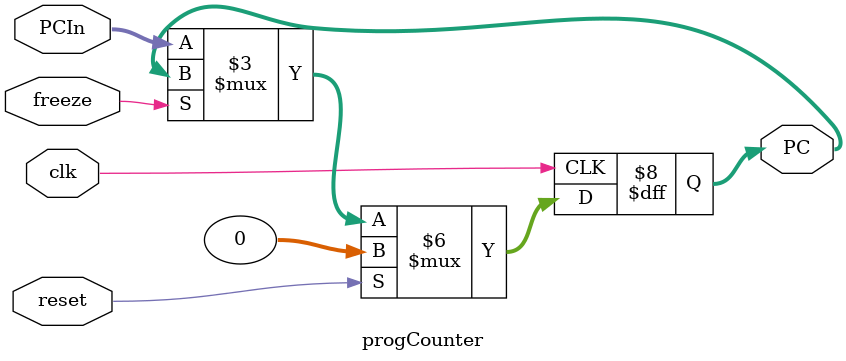
<source format=v>

module progCounter(
    input  wire        clk,
    input  wire        reset,
    input  wire        freeze,
    input  wire [31:0] PCIn,
    
    output reg  [31:0] PC
);

    always @(negedge clk) begin
        if (reset)
            PC <= 0;
        else if (~freeze)
            PC <= PCIn;
    end

endmodule

</source>
